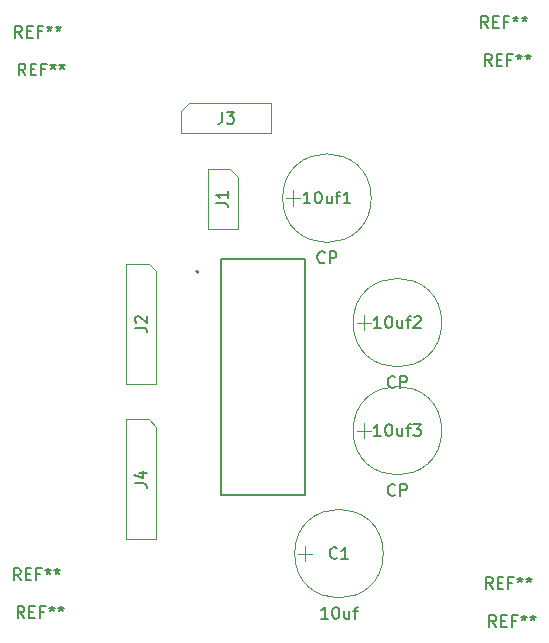
<source format=gbr>
G04 #@! TF.FileFunction,Other,Fab,Top*
%FSLAX46Y46*%
G04 Gerber Fmt 4.6, Leading zero omitted, Abs format (unit mm)*
G04 Created by KiCad (PCBNEW 4.0.6) date 02/24/20 13:55:30*
%MOMM*%
%LPD*%
G01*
G04 APERTURE LIST*
%ADD10C,0.100000*%
%ADD11C,0.200000*%
%ADD12C,0.127000*%
%ADD13C,0.150000*%
G04 APERTURE END LIST*
D10*
X148637000Y-99314000D02*
G75*
G03X148637000Y-99314000I-3750000J0D01*
G01*
X141437000Y-99314000D02*
X142637000Y-99314000D01*
X142037000Y-98664000D02*
X142037000Y-99964000D01*
X154606000Y-109855000D02*
G75*
G03X154606000Y-109855000I-3750000J0D01*
G01*
X147406000Y-109855000D02*
X148606000Y-109855000D01*
X148006000Y-109205000D02*
X148006000Y-110505000D01*
X154606000Y-118999000D02*
G75*
G03X154606000Y-118999000I-3750000J0D01*
G01*
X147406000Y-118999000D02*
X148606000Y-118999000D01*
X148006000Y-118349000D02*
X148006000Y-119649000D01*
X149653000Y-129413000D02*
G75*
G03X149653000Y-129413000I-3750000J0D01*
G01*
X142453000Y-129413000D02*
X143653000Y-129413000D01*
X143053000Y-128763000D02*
X143053000Y-130063000D01*
X134797800Y-96850200D02*
X136702800Y-96850200D01*
X136702800Y-96850200D02*
X137337800Y-97485200D01*
X137337800Y-97485200D02*
X137337800Y-101930200D01*
X137337800Y-101930200D02*
X134797800Y-101930200D01*
X134797800Y-101930200D02*
X134797800Y-96850200D01*
X127914400Y-104876600D02*
X129819400Y-104876600D01*
X129819400Y-104876600D02*
X130454400Y-105511600D01*
X130454400Y-105511600D02*
X130454400Y-115036600D01*
X130454400Y-115036600D02*
X127914400Y-115036600D01*
X127914400Y-115036600D02*
X127914400Y-104876600D01*
X132537200Y-93827600D02*
X132537200Y-91922600D01*
X132537200Y-91922600D02*
X133172200Y-91287600D01*
X133172200Y-91287600D02*
X140157200Y-91287600D01*
X140157200Y-91287600D02*
X140157200Y-93827600D01*
X140157200Y-93827600D02*
X132537200Y-93827600D01*
X127914400Y-118033800D02*
X129819400Y-118033800D01*
X129819400Y-118033800D02*
X130454400Y-118668800D01*
X130454400Y-118668800D02*
X130454400Y-128193800D01*
X130454400Y-128193800D02*
X127914400Y-128193800D01*
X127914400Y-128193800D02*
X127914400Y-118033800D01*
D11*
X134021000Y-105537000D02*
G75*
G03X134021000Y-105537000I-100000J0D01*
G01*
D12*
X135896000Y-104427000D02*
X142996000Y-104427000D01*
X135896000Y-124427000D02*
X142996000Y-124427000D01*
X135896000Y-104427000D02*
X135896000Y-124427000D01*
X142996000Y-104427000D02*
X142996000Y-124427000D01*
D13*
X158534267Y-84907781D02*
X158200933Y-84431590D01*
X157962838Y-84907781D02*
X157962838Y-83907781D01*
X158343791Y-83907781D01*
X158439029Y-83955400D01*
X158486648Y-84003019D01*
X158534267Y-84098257D01*
X158534267Y-84241114D01*
X158486648Y-84336352D01*
X158439029Y-84383971D01*
X158343791Y-84431590D01*
X157962838Y-84431590D01*
X158962838Y-84383971D02*
X159296172Y-84383971D01*
X159439029Y-84907781D02*
X158962838Y-84907781D01*
X158962838Y-83907781D01*
X159439029Y-83907781D01*
X160200934Y-84383971D02*
X159867600Y-84383971D01*
X159867600Y-84907781D02*
X159867600Y-83907781D01*
X160343791Y-83907781D01*
X160867600Y-83907781D02*
X160867600Y-84145876D01*
X160629505Y-84050638D02*
X160867600Y-84145876D01*
X161105696Y-84050638D01*
X160724743Y-84336352D02*
X160867600Y-84145876D01*
X161010458Y-84336352D01*
X161629505Y-83907781D02*
X161629505Y-84145876D01*
X161391410Y-84050638D02*
X161629505Y-84145876D01*
X161867601Y-84050638D01*
X161486648Y-84336352D02*
X161629505Y-84145876D01*
X161772363Y-84336352D01*
X158834267Y-88107781D02*
X158500933Y-87631590D01*
X158262838Y-88107781D02*
X158262838Y-87107781D01*
X158643791Y-87107781D01*
X158739029Y-87155400D01*
X158786648Y-87203019D01*
X158834267Y-87298257D01*
X158834267Y-87441114D01*
X158786648Y-87536352D01*
X158739029Y-87583971D01*
X158643791Y-87631590D01*
X158262838Y-87631590D01*
X159262838Y-87583971D02*
X159596172Y-87583971D01*
X159739029Y-88107781D02*
X159262838Y-88107781D01*
X159262838Y-87107781D01*
X159739029Y-87107781D01*
X160500934Y-87583971D02*
X160167600Y-87583971D01*
X160167600Y-88107781D02*
X160167600Y-87107781D01*
X160643791Y-87107781D01*
X161167600Y-87107781D02*
X161167600Y-87345876D01*
X160929505Y-87250638D02*
X161167600Y-87345876D01*
X161405696Y-87250638D01*
X161024743Y-87536352D02*
X161167600Y-87345876D01*
X161310458Y-87536352D01*
X161929505Y-87107781D02*
X161929505Y-87345876D01*
X161691410Y-87250638D02*
X161929505Y-87345876D01*
X162167601Y-87250638D01*
X161786648Y-87536352D02*
X161929505Y-87345876D01*
X162072363Y-87536352D01*
X119062667Y-85720581D02*
X118729333Y-85244390D01*
X118491238Y-85720581D02*
X118491238Y-84720581D01*
X118872191Y-84720581D01*
X118967429Y-84768200D01*
X119015048Y-84815819D01*
X119062667Y-84911057D01*
X119062667Y-85053914D01*
X119015048Y-85149152D01*
X118967429Y-85196771D01*
X118872191Y-85244390D01*
X118491238Y-85244390D01*
X119491238Y-85196771D02*
X119824572Y-85196771D01*
X119967429Y-85720581D02*
X119491238Y-85720581D01*
X119491238Y-84720581D01*
X119967429Y-84720581D01*
X120729334Y-85196771D02*
X120396000Y-85196771D01*
X120396000Y-85720581D02*
X120396000Y-84720581D01*
X120872191Y-84720581D01*
X121396000Y-84720581D02*
X121396000Y-84958676D01*
X121157905Y-84863438D02*
X121396000Y-84958676D01*
X121634096Y-84863438D01*
X121253143Y-85149152D02*
X121396000Y-84958676D01*
X121538858Y-85149152D01*
X122157905Y-84720581D02*
X122157905Y-84958676D01*
X121919810Y-84863438D02*
X122157905Y-84958676D01*
X122396001Y-84863438D01*
X122015048Y-85149152D02*
X122157905Y-84958676D01*
X122300763Y-85149152D01*
X119362667Y-88920581D02*
X119029333Y-88444390D01*
X118791238Y-88920581D02*
X118791238Y-87920581D01*
X119172191Y-87920581D01*
X119267429Y-87968200D01*
X119315048Y-88015819D01*
X119362667Y-88111057D01*
X119362667Y-88253914D01*
X119315048Y-88349152D01*
X119267429Y-88396771D01*
X119172191Y-88444390D01*
X118791238Y-88444390D01*
X119791238Y-88396771D02*
X120124572Y-88396771D01*
X120267429Y-88920581D02*
X119791238Y-88920581D01*
X119791238Y-87920581D01*
X120267429Y-87920581D01*
X121029334Y-88396771D02*
X120696000Y-88396771D01*
X120696000Y-88920581D02*
X120696000Y-87920581D01*
X121172191Y-87920581D01*
X121696000Y-87920581D02*
X121696000Y-88158676D01*
X121457905Y-88063438D02*
X121696000Y-88158676D01*
X121934096Y-88063438D01*
X121553143Y-88349152D02*
X121696000Y-88158676D01*
X121838858Y-88349152D01*
X122457905Y-87920581D02*
X122457905Y-88158676D01*
X122219810Y-88063438D02*
X122457905Y-88158676D01*
X122696001Y-88063438D01*
X122315048Y-88349152D02*
X122457905Y-88158676D01*
X122600763Y-88349152D01*
X118961067Y-131669181D02*
X118627733Y-131192990D01*
X118389638Y-131669181D02*
X118389638Y-130669181D01*
X118770591Y-130669181D01*
X118865829Y-130716800D01*
X118913448Y-130764419D01*
X118961067Y-130859657D01*
X118961067Y-131002514D01*
X118913448Y-131097752D01*
X118865829Y-131145371D01*
X118770591Y-131192990D01*
X118389638Y-131192990D01*
X119389638Y-131145371D02*
X119722972Y-131145371D01*
X119865829Y-131669181D02*
X119389638Y-131669181D01*
X119389638Y-130669181D01*
X119865829Y-130669181D01*
X120627734Y-131145371D02*
X120294400Y-131145371D01*
X120294400Y-131669181D02*
X120294400Y-130669181D01*
X120770591Y-130669181D01*
X121294400Y-130669181D02*
X121294400Y-130907276D01*
X121056305Y-130812038D02*
X121294400Y-130907276D01*
X121532496Y-130812038D01*
X121151543Y-131097752D02*
X121294400Y-130907276D01*
X121437258Y-131097752D01*
X122056305Y-130669181D02*
X122056305Y-130907276D01*
X121818210Y-130812038D02*
X122056305Y-130907276D01*
X122294401Y-130812038D01*
X121913448Y-131097752D02*
X122056305Y-130907276D01*
X122199163Y-131097752D01*
X119261067Y-134869181D02*
X118927733Y-134392990D01*
X118689638Y-134869181D02*
X118689638Y-133869181D01*
X119070591Y-133869181D01*
X119165829Y-133916800D01*
X119213448Y-133964419D01*
X119261067Y-134059657D01*
X119261067Y-134202514D01*
X119213448Y-134297752D01*
X119165829Y-134345371D01*
X119070591Y-134392990D01*
X118689638Y-134392990D01*
X119689638Y-134345371D02*
X120022972Y-134345371D01*
X120165829Y-134869181D02*
X119689638Y-134869181D01*
X119689638Y-133869181D01*
X120165829Y-133869181D01*
X120927734Y-134345371D02*
X120594400Y-134345371D01*
X120594400Y-134869181D02*
X120594400Y-133869181D01*
X121070591Y-133869181D01*
X121594400Y-133869181D02*
X121594400Y-134107276D01*
X121356305Y-134012038D02*
X121594400Y-134107276D01*
X121832496Y-134012038D01*
X121451543Y-134297752D02*
X121594400Y-134107276D01*
X121737258Y-134297752D01*
X122356305Y-133869181D02*
X122356305Y-134107276D01*
X122118210Y-134012038D02*
X122356305Y-134107276D01*
X122594401Y-134012038D01*
X122213448Y-134297752D02*
X122356305Y-134107276D01*
X122499163Y-134297752D01*
X144696524Y-104731143D02*
X144648905Y-104778762D01*
X144506048Y-104826381D01*
X144410810Y-104826381D01*
X144267952Y-104778762D01*
X144172714Y-104683524D01*
X144125095Y-104588286D01*
X144077476Y-104397810D01*
X144077476Y-104254952D01*
X144125095Y-104064476D01*
X144172714Y-103969238D01*
X144267952Y-103874000D01*
X144410810Y-103826381D01*
X144506048Y-103826381D01*
X144648905Y-103874000D01*
X144696524Y-103921619D01*
X145125095Y-104826381D02*
X145125095Y-103826381D01*
X145506048Y-103826381D01*
X145601286Y-103874000D01*
X145648905Y-103921619D01*
X145696524Y-104016857D01*
X145696524Y-104159714D01*
X145648905Y-104254952D01*
X145601286Y-104302571D01*
X145506048Y-104350190D01*
X145125095Y-104350190D01*
X143482238Y-99766381D02*
X142910809Y-99766381D01*
X143196523Y-99766381D02*
X143196523Y-98766381D01*
X143101285Y-98909238D01*
X143006047Y-99004476D01*
X142910809Y-99052095D01*
X144101285Y-98766381D02*
X144196524Y-98766381D01*
X144291762Y-98814000D01*
X144339381Y-98861619D01*
X144387000Y-98956857D01*
X144434619Y-99147333D01*
X144434619Y-99385429D01*
X144387000Y-99575905D01*
X144339381Y-99671143D01*
X144291762Y-99718762D01*
X144196524Y-99766381D01*
X144101285Y-99766381D01*
X144006047Y-99718762D01*
X143958428Y-99671143D01*
X143910809Y-99575905D01*
X143863190Y-99385429D01*
X143863190Y-99147333D01*
X143910809Y-98956857D01*
X143958428Y-98861619D01*
X144006047Y-98814000D01*
X144101285Y-98766381D01*
X145291762Y-99099714D02*
X145291762Y-99766381D01*
X144863190Y-99099714D02*
X144863190Y-99623524D01*
X144910809Y-99718762D01*
X145006047Y-99766381D01*
X145148905Y-99766381D01*
X145244143Y-99718762D01*
X145291762Y-99671143D01*
X145625095Y-99099714D02*
X146006047Y-99099714D01*
X145767952Y-99766381D02*
X145767952Y-98909238D01*
X145815571Y-98814000D01*
X145910809Y-98766381D01*
X146006047Y-98766381D01*
X146863191Y-99766381D02*
X146291762Y-99766381D01*
X146577476Y-99766381D02*
X146577476Y-98766381D01*
X146482238Y-98909238D01*
X146387000Y-99004476D01*
X146291762Y-99052095D01*
X150665524Y-115272143D02*
X150617905Y-115319762D01*
X150475048Y-115367381D01*
X150379810Y-115367381D01*
X150236952Y-115319762D01*
X150141714Y-115224524D01*
X150094095Y-115129286D01*
X150046476Y-114938810D01*
X150046476Y-114795952D01*
X150094095Y-114605476D01*
X150141714Y-114510238D01*
X150236952Y-114415000D01*
X150379810Y-114367381D01*
X150475048Y-114367381D01*
X150617905Y-114415000D01*
X150665524Y-114462619D01*
X151094095Y-115367381D02*
X151094095Y-114367381D01*
X151475048Y-114367381D01*
X151570286Y-114415000D01*
X151617905Y-114462619D01*
X151665524Y-114557857D01*
X151665524Y-114700714D01*
X151617905Y-114795952D01*
X151570286Y-114843571D01*
X151475048Y-114891190D01*
X151094095Y-114891190D01*
X149451238Y-110307381D02*
X148879809Y-110307381D01*
X149165523Y-110307381D02*
X149165523Y-109307381D01*
X149070285Y-109450238D01*
X148975047Y-109545476D01*
X148879809Y-109593095D01*
X150070285Y-109307381D02*
X150165524Y-109307381D01*
X150260762Y-109355000D01*
X150308381Y-109402619D01*
X150356000Y-109497857D01*
X150403619Y-109688333D01*
X150403619Y-109926429D01*
X150356000Y-110116905D01*
X150308381Y-110212143D01*
X150260762Y-110259762D01*
X150165524Y-110307381D01*
X150070285Y-110307381D01*
X149975047Y-110259762D01*
X149927428Y-110212143D01*
X149879809Y-110116905D01*
X149832190Y-109926429D01*
X149832190Y-109688333D01*
X149879809Y-109497857D01*
X149927428Y-109402619D01*
X149975047Y-109355000D01*
X150070285Y-109307381D01*
X151260762Y-109640714D02*
X151260762Y-110307381D01*
X150832190Y-109640714D02*
X150832190Y-110164524D01*
X150879809Y-110259762D01*
X150975047Y-110307381D01*
X151117905Y-110307381D01*
X151213143Y-110259762D01*
X151260762Y-110212143D01*
X151594095Y-109640714D02*
X151975047Y-109640714D01*
X151736952Y-110307381D02*
X151736952Y-109450238D01*
X151784571Y-109355000D01*
X151879809Y-109307381D01*
X151975047Y-109307381D01*
X152260762Y-109402619D02*
X152308381Y-109355000D01*
X152403619Y-109307381D01*
X152641715Y-109307381D01*
X152736953Y-109355000D01*
X152784572Y-109402619D01*
X152832191Y-109497857D01*
X152832191Y-109593095D01*
X152784572Y-109735952D01*
X152213143Y-110307381D01*
X152832191Y-110307381D01*
X150665524Y-124416143D02*
X150617905Y-124463762D01*
X150475048Y-124511381D01*
X150379810Y-124511381D01*
X150236952Y-124463762D01*
X150141714Y-124368524D01*
X150094095Y-124273286D01*
X150046476Y-124082810D01*
X150046476Y-123939952D01*
X150094095Y-123749476D01*
X150141714Y-123654238D01*
X150236952Y-123559000D01*
X150379810Y-123511381D01*
X150475048Y-123511381D01*
X150617905Y-123559000D01*
X150665524Y-123606619D01*
X151094095Y-124511381D02*
X151094095Y-123511381D01*
X151475048Y-123511381D01*
X151570286Y-123559000D01*
X151617905Y-123606619D01*
X151665524Y-123701857D01*
X151665524Y-123844714D01*
X151617905Y-123939952D01*
X151570286Y-123987571D01*
X151475048Y-124035190D01*
X151094095Y-124035190D01*
X149451238Y-119451381D02*
X148879809Y-119451381D01*
X149165523Y-119451381D02*
X149165523Y-118451381D01*
X149070285Y-118594238D01*
X148975047Y-118689476D01*
X148879809Y-118737095D01*
X150070285Y-118451381D02*
X150165524Y-118451381D01*
X150260762Y-118499000D01*
X150308381Y-118546619D01*
X150356000Y-118641857D01*
X150403619Y-118832333D01*
X150403619Y-119070429D01*
X150356000Y-119260905D01*
X150308381Y-119356143D01*
X150260762Y-119403762D01*
X150165524Y-119451381D01*
X150070285Y-119451381D01*
X149975047Y-119403762D01*
X149927428Y-119356143D01*
X149879809Y-119260905D01*
X149832190Y-119070429D01*
X149832190Y-118832333D01*
X149879809Y-118641857D01*
X149927428Y-118546619D01*
X149975047Y-118499000D01*
X150070285Y-118451381D01*
X151260762Y-118784714D02*
X151260762Y-119451381D01*
X150832190Y-118784714D02*
X150832190Y-119308524D01*
X150879809Y-119403762D01*
X150975047Y-119451381D01*
X151117905Y-119451381D01*
X151213143Y-119403762D01*
X151260762Y-119356143D01*
X151594095Y-118784714D02*
X151975047Y-118784714D01*
X151736952Y-119451381D02*
X151736952Y-118594238D01*
X151784571Y-118499000D01*
X151879809Y-118451381D01*
X151975047Y-118451381D01*
X152213143Y-118451381D02*
X152832191Y-118451381D01*
X152498857Y-118832333D01*
X152641715Y-118832333D01*
X152736953Y-118879952D01*
X152784572Y-118927571D01*
X152832191Y-119022810D01*
X152832191Y-119260905D01*
X152784572Y-119356143D01*
X152736953Y-119403762D01*
X152641715Y-119451381D01*
X152356000Y-119451381D01*
X152260762Y-119403762D01*
X152213143Y-119356143D01*
X144974429Y-134925381D02*
X144403000Y-134925381D01*
X144688714Y-134925381D02*
X144688714Y-133925381D01*
X144593476Y-134068238D01*
X144498238Y-134163476D01*
X144403000Y-134211095D01*
X145593476Y-133925381D02*
X145688715Y-133925381D01*
X145783953Y-133973000D01*
X145831572Y-134020619D01*
X145879191Y-134115857D01*
X145926810Y-134306333D01*
X145926810Y-134544429D01*
X145879191Y-134734905D01*
X145831572Y-134830143D01*
X145783953Y-134877762D01*
X145688715Y-134925381D01*
X145593476Y-134925381D01*
X145498238Y-134877762D01*
X145450619Y-134830143D01*
X145403000Y-134734905D01*
X145355381Y-134544429D01*
X145355381Y-134306333D01*
X145403000Y-134115857D01*
X145450619Y-134020619D01*
X145498238Y-133973000D01*
X145593476Y-133925381D01*
X146783953Y-134258714D02*
X146783953Y-134925381D01*
X146355381Y-134258714D02*
X146355381Y-134782524D01*
X146403000Y-134877762D01*
X146498238Y-134925381D01*
X146641096Y-134925381D01*
X146736334Y-134877762D01*
X146783953Y-134830143D01*
X147117286Y-134258714D02*
X147498238Y-134258714D01*
X147260143Y-134925381D02*
X147260143Y-134068238D01*
X147307762Y-133973000D01*
X147403000Y-133925381D01*
X147498238Y-133925381D01*
X145736334Y-129770143D02*
X145688715Y-129817762D01*
X145545858Y-129865381D01*
X145450620Y-129865381D01*
X145307762Y-129817762D01*
X145212524Y-129722524D01*
X145164905Y-129627286D01*
X145117286Y-129436810D01*
X145117286Y-129293952D01*
X145164905Y-129103476D01*
X145212524Y-129008238D01*
X145307762Y-128913000D01*
X145450620Y-128865381D01*
X145545858Y-128865381D01*
X145688715Y-128913000D01*
X145736334Y-128960619D01*
X146688715Y-129865381D02*
X146117286Y-129865381D01*
X146403000Y-129865381D02*
X146403000Y-128865381D01*
X146307762Y-129008238D01*
X146212524Y-129103476D01*
X146117286Y-129151095D01*
X135520181Y-99723533D02*
X136234467Y-99723533D01*
X136377324Y-99771153D01*
X136472562Y-99866391D01*
X136520181Y-100009248D01*
X136520181Y-100104486D01*
X136520181Y-98723533D02*
X136520181Y-99294962D01*
X136520181Y-99009248D02*
X135520181Y-99009248D01*
X135663038Y-99104486D01*
X135758276Y-99199724D01*
X135805895Y-99294962D01*
X128636781Y-110289933D02*
X129351067Y-110289933D01*
X129493924Y-110337553D01*
X129589162Y-110432791D01*
X129636781Y-110575648D01*
X129636781Y-110670886D01*
X128732019Y-109861362D02*
X128684400Y-109813743D01*
X128636781Y-109718505D01*
X128636781Y-109480409D01*
X128684400Y-109385171D01*
X128732019Y-109337552D01*
X128827257Y-109289933D01*
X128922495Y-109289933D01*
X129065352Y-109337552D01*
X129636781Y-109908981D01*
X129636781Y-109289933D01*
X136013867Y-92009981D02*
X136013867Y-92724267D01*
X135966247Y-92867124D01*
X135871009Y-92962362D01*
X135728152Y-93009981D01*
X135632914Y-93009981D01*
X136394819Y-92009981D02*
X137013867Y-92009981D01*
X136680533Y-92390933D01*
X136823391Y-92390933D01*
X136918629Y-92438552D01*
X136966248Y-92486171D01*
X137013867Y-92581410D01*
X137013867Y-92819505D01*
X136966248Y-92914743D01*
X136918629Y-92962362D01*
X136823391Y-93009981D01*
X136537676Y-93009981D01*
X136442438Y-92962362D01*
X136394819Y-92914743D01*
X128636781Y-123447133D02*
X129351067Y-123447133D01*
X129493924Y-123494753D01*
X129589162Y-123589991D01*
X129636781Y-123732848D01*
X129636781Y-123828086D01*
X128970114Y-122542371D02*
X129636781Y-122542371D01*
X128589162Y-122780467D02*
X129303448Y-123018562D01*
X129303448Y-122399514D01*
X158915267Y-132405781D02*
X158581933Y-131929590D01*
X158343838Y-132405781D02*
X158343838Y-131405781D01*
X158724791Y-131405781D01*
X158820029Y-131453400D01*
X158867648Y-131501019D01*
X158915267Y-131596257D01*
X158915267Y-131739114D01*
X158867648Y-131834352D01*
X158820029Y-131881971D01*
X158724791Y-131929590D01*
X158343838Y-131929590D01*
X159343838Y-131881971D02*
X159677172Y-131881971D01*
X159820029Y-132405781D02*
X159343838Y-132405781D01*
X159343838Y-131405781D01*
X159820029Y-131405781D01*
X160581934Y-131881971D02*
X160248600Y-131881971D01*
X160248600Y-132405781D02*
X160248600Y-131405781D01*
X160724791Y-131405781D01*
X161248600Y-131405781D02*
X161248600Y-131643876D01*
X161010505Y-131548638D02*
X161248600Y-131643876D01*
X161486696Y-131548638D01*
X161105743Y-131834352D02*
X161248600Y-131643876D01*
X161391458Y-131834352D01*
X162010505Y-131405781D02*
X162010505Y-131643876D01*
X161772410Y-131548638D02*
X162010505Y-131643876D01*
X162248601Y-131548638D01*
X161867648Y-131834352D02*
X162010505Y-131643876D01*
X162153363Y-131834352D01*
X159215267Y-135605781D02*
X158881933Y-135129590D01*
X158643838Y-135605781D02*
X158643838Y-134605781D01*
X159024791Y-134605781D01*
X159120029Y-134653400D01*
X159167648Y-134701019D01*
X159215267Y-134796257D01*
X159215267Y-134939114D01*
X159167648Y-135034352D01*
X159120029Y-135081971D01*
X159024791Y-135129590D01*
X158643838Y-135129590D01*
X159643838Y-135081971D02*
X159977172Y-135081971D01*
X160120029Y-135605781D02*
X159643838Y-135605781D01*
X159643838Y-134605781D01*
X160120029Y-134605781D01*
X160881934Y-135081971D02*
X160548600Y-135081971D01*
X160548600Y-135605781D02*
X160548600Y-134605781D01*
X161024791Y-134605781D01*
X161548600Y-134605781D02*
X161548600Y-134843876D01*
X161310505Y-134748638D02*
X161548600Y-134843876D01*
X161786696Y-134748638D01*
X161405743Y-135034352D02*
X161548600Y-134843876D01*
X161691458Y-135034352D01*
X162310505Y-134605781D02*
X162310505Y-134843876D01*
X162072410Y-134748638D02*
X162310505Y-134843876D01*
X162548601Y-134748638D01*
X162167648Y-135034352D02*
X162310505Y-134843876D01*
X162453363Y-135034352D01*
M02*

</source>
